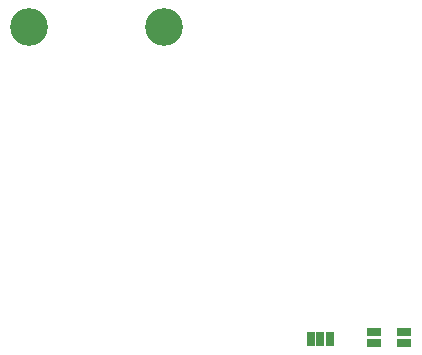
<source format=gbp>
G04 MADE WITH FRITZING*
G04 WWW.FRITZING.ORG*
G04 DOUBLE SIDED*
G04 HOLES PLATED*
G04 CONTOUR ON CENTER OF CONTOUR VECTOR*
%ASAXBY*%
%FSLAX23Y23*%
%MOIN*%
%OFA0B0*%
%SFA1.0B1.0*%
%ADD10C,0.125984*%
%ADD11R,0.025000X0.050000*%
%ADD12R,0.050000X0.025000*%
%ADD13R,0.001000X0.001000*%
%LNPASTEMASK0*%
G90*
G70*
G54D10*
X587Y1837D03*
X137Y1837D03*
G54D11*
X1076Y798D03*
X1108Y798D03*
X1140Y798D03*
G54D12*
X1388Y785D03*
X1388Y821D03*
X1288Y785D03*
X1288Y821D03*
G54D13*
D02*
G04 End of PasteMask0*
M02*
</source>
